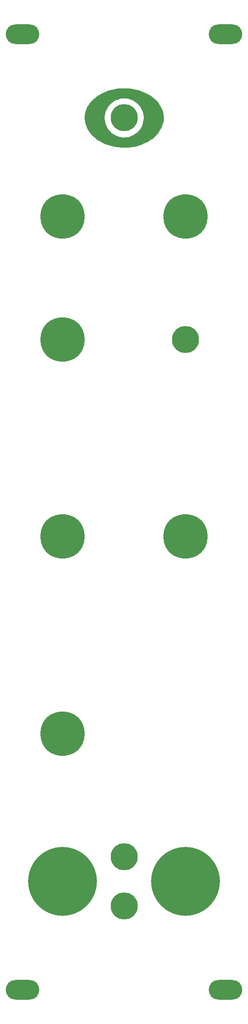
<source format=gts>
G04 #@! TF.GenerationSoftware,KiCad,Pcbnew,6.0.2-378541a8eb~116~ubuntu20.04.1*
G04 #@! TF.CreationDate,2022-03-12T15:32:27-05:00*
G04 #@! TF.ProjectId,irinput_panel,6972696e-7075-4745-9f70-616e656c2e6b,rev?*
G04 #@! TF.SameCoordinates,Original*
G04 #@! TF.FileFunction,Soldermask,Top*
G04 #@! TF.FilePolarity,Negative*
%FSLAX46Y46*%
G04 Gerber Fmt 4.6, Leading zero omitted, Abs format (unit mm)*
G04 Created by KiCad (PCBNEW 6.0.2-378541a8eb~116~ubuntu20.04.1) date 2022-03-12 15:32:27*
%MOMM*%
%LPD*%
G01*
G04 APERTURE LIST*
%ADD10C,0.010000*%
%ADD11C,9.000000*%
%ADD12C,14.000000*%
%ADD13C,5.500000*%
%ADD14O,6.800000X4.000000*%
G04 APERTURE END LIST*
D10*
G04 #@! TO.C,GRAF4*
X29575522Y-21660037D02*
X30227745Y-21740240D01*
X30227745Y-21740240D02*
X30872654Y-21861389D01*
X30872654Y-21861389D02*
X31506769Y-22023785D01*
X31506769Y-22023785D02*
X32126610Y-22227727D01*
X32126610Y-22227727D02*
X32728697Y-22473518D01*
X32728697Y-22473518D02*
X32862318Y-22535067D01*
X32862318Y-22535067D02*
X33378519Y-22800441D01*
X33378519Y-22800441D02*
X33863347Y-23094991D01*
X33863347Y-23094991D02*
X34314910Y-23416561D01*
X34314910Y-23416561D02*
X34731318Y-23762992D01*
X34731318Y-23762992D02*
X35110676Y-24132124D01*
X35110676Y-24132124D02*
X35451095Y-24521801D01*
X35451095Y-24521801D02*
X35750681Y-24929862D01*
X35750681Y-24929862D02*
X36007542Y-25354150D01*
X36007542Y-25354150D02*
X36219787Y-25792506D01*
X36219787Y-25792506D02*
X36385524Y-26242772D01*
X36385524Y-26242772D02*
X36499094Y-26684098D01*
X36499094Y-26684098D02*
X36570515Y-27159418D01*
X36570515Y-27159418D02*
X36591352Y-27634566D01*
X36591352Y-27634566D02*
X36561799Y-28108056D01*
X36561799Y-28108056D02*
X36482055Y-28578401D01*
X36482055Y-28578401D02*
X36352316Y-29044114D01*
X36352316Y-29044114D02*
X36172780Y-29503709D01*
X36172780Y-29503709D02*
X36106246Y-29646355D01*
X36106246Y-29646355D02*
X35858468Y-30099776D01*
X35858468Y-30099776D02*
X35566457Y-30531391D01*
X35566457Y-30531391D02*
X35232441Y-30939942D01*
X35232441Y-30939942D02*
X34858645Y-31324168D01*
X34858645Y-31324168D02*
X34447298Y-31682810D01*
X34447298Y-31682810D02*
X34000626Y-32014609D01*
X34000626Y-32014609D02*
X33520857Y-32318304D01*
X33520857Y-32318304D02*
X33010216Y-32592636D01*
X33010216Y-32592636D02*
X32470932Y-32836346D01*
X32470932Y-32836346D02*
X31905231Y-33048173D01*
X31905231Y-33048173D02*
X31315341Y-33226859D01*
X31315341Y-33226859D02*
X30703488Y-33371142D01*
X30703488Y-33371142D02*
X30071900Y-33479765D01*
X30071900Y-33479765D02*
X29422803Y-33551466D01*
X29422803Y-33551466D02*
X29171500Y-33568800D01*
X29171500Y-33568800D02*
X28942344Y-33580658D01*
X28942344Y-33580658D02*
X28742802Y-33587452D01*
X28742802Y-33587452D02*
X28556093Y-33589160D01*
X28556093Y-33589160D02*
X28365436Y-33585756D01*
X28365436Y-33585756D02*
X28154049Y-33577216D01*
X28154049Y-33577216D02*
X27965000Y-33567032D01*
X27965000Y-33567032D02*
X27319699Y-33508342D01*
X27319699Y-33508342D02*
X26678195Y-33408101D01*
X26678195Y-33408101D02*
X26046183Y-33268053D01*
X26046183Y-33268053D02*
X25429357Y-33089942D01*
X25429357Y-33089942D02*
X24833415Y-32875513D01*
X24833415Y-32875513D02*
X24264051Y-32626508D01*
X24264051Y-32626508D02*
X23726961Y-32344674D01*
X23726961Y-32344674D02*
X23469982Y-32190538D01*
X23469982Y-32190538D02*
X22985095Y-31860363D01*
X22985095Y-31860363D02*
X22540922Y-31504068D01*
X22540922Y-31504068D02*
X22138604Y-31122877D01*
X22138604Y-31122877D02*
X21779288Y-30718015D01*
X21779288Y-30718015D02*
X21464115Y-30290708D01*
X21464115Y-30290708D02*
X21194230Y-29842180D01*
X21194230Y-29842180D02*
X21093168Y-29644700D01*
X21093168Y-29644700D02*
X20897708Y-29187236D01*
X20897708Y-29187236D02*
X20752403Y-28724025D01*
X20752403Y-28724025D02*
X20657161Y-28256792D01*
X20657161Y-28256792D02*
X20615507Y-27824761D01*
X20615507Y-27824761D02*
X24601358Y-27824761D01*
X24601358Y-27824761D02*
X24650105Y-28259435D01*
X24650105Y-28259435D02*
X24747416Y-28687496D01*
X24747416Y-28687496D02*
X24892986Y-29105927D01*
X24892986Y-29105927D02*
X25086509Y-29511714D01*
X25086509Y-29511714D02*
X25277419Y-29827880D01*
X25277419Y-29827880D02*
X25408630Y-30007042D01*
X25408630Y-30007042D02*
X25570608Y-30199528D01*
X25570608Y-30199528D02*
X25752357Y-30394173D01*
X25752357Y-30394173D02*
X25942886Y-30579813D01*
X25942886Y-30579813D02*
X26131199Y-30745284D01*
X26131199Y-30745284D02*
X26306303Y-30879421D01*
X26306303Y-30879421D02*
X26326700Y-30893419D01*
X26326700Y-30893419D02*
X26721538Y-31131072D01*
X26721538Y-31131072D02*
X27130643Y-31320070D01*
X27130643Y-31320070D02*
X27552887Y-31460170D01*
X27552887Y-31460170D02*
X27987144Y-31551130D01*
X27987144Y-31551130D02*
X28432289Y-31592705D01*
X28432289Y-31592705D02*
X28887194Y-31584653D01*
X28887194Y-31584653D02*
X29301436Y-31535206D01*
X29301436Y-31535206D02*
X29703703Y-31443499D01*
X29703703Y-31443499D02*
X30104802Y-31303268D01*
X30104802Y-31303268D02*
X30499536Y-31116632D01*
X30499536Y-31116632D02*
X30861671Y-30899754D01*
X30861671Y-30899754D02*
X31042208Y-30766429D01*
X31042208Y-30766429D02*
X31236199Y-30599780D01*
X31236199Y-30599780D02*
X31432588Y-30410979D01*
X31432588Y-30410979D02*
X31620316Y-30211196D01*
X31620316Y-30211196D02*
X31788327Y-30011605D01*
X31788327Y-30011605D02*
X31922580Y-29827880D01*
X31922580Y-29827880D02*
X32154017Y-29435448D01*
X32154017Y-29435448D02*
X32338246Y-29027286D01*
X32338246Y-29027286D02*
X32474782Y-28606476D01*
X32474782Y-28606476D02*
X32563143Y-28176102D01*
X32563143Y-28176102D02*
X32602844Y-27739249D01*
X32602844Y-27739249D02*
X32593404Y-27298999D01*
X32593404Y-27298999D02*
X32534338Y-26858436D01*
X32534338Y-26858436D02*
X32445711Y-26489315D01*
X32445711Y-26489315D02*
X32300191Y-26071799D01*
X32300191Y-26071799D02*
X32112665Y-25680562D01*
X32112665Y-25680562D02*
X31881524Y-25312977D01*
X31881524Y-25312977D02*
X31605160Y-24966420D01*
X31605160Y-24966420D02*
X31352358Y-24704400D01*
X31352358Y-24704400D02*
X31014629Y-24415080D01*
X31014629Y-24415080D02*
X30651546Y-24168230D01*
X30651546Y-24168230D02*
X30266872Y-23964687D01*
X30266872Y-23964687D02*
X29864366Y-23805293D01*
X29864366Y-23805293D02*
X29447791Y-23690885D01*
X29447791Y-23690885D02*
X29020908Y-23622305D01*
X29020908Y-23622305D02*
X28587478Y-23600390D01*
X28587478Y-23600390D02*
X28151261Y-23625980D01*
X28151261Y-23625980D02*
X27716020Y-23699916D01*
X27716020Y-23699916D02*
X27332230Y-23807157D01*
X27332230Y-23807157D02*
X26926502Y-23968485D01*
X26926502Y-23968485D02*
X26541468Y-24173691D01*
X26541468Y-24173691D02*
X26180943Y-24419208D01*
X26180943Y-24419208D02*
X25848747Y-24701473D01*
X25848747Y-24701473D02*
X25548698Y-25016918D01*
X25548698Y-25016918D02*
X25284613Y-25361979D01*
X25284613Y-25361979D02*
X25060311Y-25733090D01*
X25060311Y-25733090D02*
X24898113Y-26080238D01*
X24898113Y-26080238D02*
X24749552Y-26511212D01*
X24749552Y-26511212D02*
X24650776Y-26947634D01*
X24650776Y-26947634D02*
X24601480Y-27386489D01*
X24601480Y-27386489D02*
X24601358Y-27824761D01*
X24601358Y-27824761D02*
X20615507Y-27824761D01*
X20615507Y-27824761D02*
X20611891Y-27787264D01*
X20611891Y-27787264D02*
X20616502Y-27317168D01*
X20616502Y-27317168D02*
X20670900Y-26848230D01*
X20670900Y-26848230D02*
X20774996Y-26382177D01*
X20774996Y-26382177D02*
X20928696Y-25920736D01*
X20928696Y-25920736D02*
X21131909Y-25465632D01*
X21131909Y-25465632D02*
X21334720Y-25099555D01*
X21334720Y-25099555D02*
X21589844Y-24719180D01*
X21589844Y-24719180D02*
X21890533Y-24345357D01*
X21890533Y-24345357D02*
X22231560Y-23983732D01*
X22231560Y-23983732D02*
X22607698Y-23639950D01*
X22607698Y-23639950D02*
X22913564Y-23394284D01*
X22913564Y-23394284D02*
X23416573Y-23043916D01*
X23416573Y-23043916D02*
X23950547Y-22731189D01*
X23950547Y-22731189D02*
X24512005Y-22456403D01*
X24512005Y-22456403D02*
X25097467Y-22219857D01*
X25097467Y-22219857D02*
X25703454Y-22021854D01*
X25703454Y-22021854D02*
X26326486Y-21862692D01*
X26326486Y-21862692D02*
X26963083Y-21742673D01*
X26963083Y-21742673D02*
X27609765Y-21662098D01*
X27609765Y-21662098D02*
X28263052Y-21621266D01*
X28263052Y-21621266D02*
X28919464Y-21620479D01*
X28919464Y-21620479D02*
X29575522Y-21660037D01*
X29575522Y-21660037D02*
X29575522Y-21660037D01*
G36*
X20616502Y-27317168D02*
G01*
X20670900Y-26848230D01*
X20774996Y-26382177D01*
X20928696Y-25920736D01*
X21131909Y-25465632D01*
X21334720Y-25099555D01*
X21589844Y-24719180D01*
X21890533Y-24345357D01*
X22231560Y-23983732D01*
X22607698Y-23639950D01*
X22913564Y-23394284D01*
X23416573Y-23043916D01*
X23950547Y-22731189D01*
X24512005Y-22456403D01*
X25097467Y-22219857D01*
X25703454Y-22021854D01*
X26326486Y-21862692D01*
X26963083Y-21742673D01*
X27609765Y-21662098D01*
X28263052Y-21621266D01*
X28919464Y-21620479D01*
X29575522Y-21660037D01*
X30227745Y-21740240D01*
X30872654Y-21861389D01*
X31506769Y-22023785D01*
X32126610Y-22227727D01*
X32728697Y-22473518D01*
X32862318Y-22535067D01*
X33378519Y-22800441D01*
X33863347Y-23094991D01*
X34314910Y-23416561D01*
X34731318Y-23762992D01*
X35110676Y-24132124D01*
X35451095Y-24521801D01*
X35750681Y-24929862D01*
X36007542Y-25354150D01*
X36219787Y-25792506D01*
X36385524Y-26242772D01*
X36499094Y-26684098D01*
X36570515Y-27159418D01*
X36591352Y-27634566D01*
X36561799Y-28108056D01*
X36482055Y-28578401D01*
X36352316Y-29044114D01*
X36172780Y-29503709D01*
X36106246Y-29646355D01*
X35858468Y-30099776D01*
X35566457Y-30531391D01*
X35232441Y-30939942D01*
X34858645Y-31324168D01*
X34447298Y-31682810D01*
X34000626Y-32014609D01*
X33520857Y-32318304D01*
X33010216Y-32592636D01*
X32470932Y-32836346D01*
X31905231Y-33048173D01*
X31315341Y-33226859D01*
X30703488Y-33371142D01*
X30071900Y-33479765D01*
X29422803Y-33551466D01*
X29171500Y-33568800D01*
X28942344Y-33580658D01*
X28742802Y-33587452D01*
X28556093Y-33589160D01*
X28365436Y-33585756D01*
X28154049Y-33577216D01*
X27965000Y-33567032D01*
X27319699Y-33508342D01*
X26678195Y-33408101D01*
X26046183Y-33268053D01*
X25429357Y-33089942D01*
X24833415Y-32875513D01*
X24264051Y-32626508D01*
X23726961Y-32344674D01*
X23469982Y-32190538D01*
X22985095Y-31860363D01*
X22540922Y-31504068D01*
X22138604Y-31122877D01*
X21779288Y-30718015D01*
X21464115Y-30290708D01*
X21194230Y-29842180D01*
X21093168Y-29644700D01*
X20897708Y-29187236D01*
X20752403Y-28724025D01*
X20657161Y-28256792D01*
X20615507Y-27824761D01*
X24601358Y-27824761D01*
X24650105Y-28259435D01*
X24747416Y-28687496D01*
X24892986Y-29105927D01*
X25086509Y-29511714D01*
X25277419Y-29827880D01*
X25408630Y-30007042D01*
X25570608Y-30199528D01*
X25752357Y-30394173D01*
X25942886Y-30579813D01*
X26131199Y-30745284D01*
X26306303Y-30879421D01*
X26326700Y-30893419D01*
X26721538Y-31131072D01*
X27130643Y-31320070D01*
X27552887Y-31460170D01*
X27987144Y-31551130D01*
X28432289Y-31592705D01*
X28887194Y-31584653D01*
X29301436Y-31535206D01*
X29703703Y-31443499D01*
X30104802Y-31303268D01*
X30499536Y-31116632D01*
X30861671Y-30899754D01*
X31042208Y-30766429D01*
X31236199Y-30599780D01*
X31432588Y-30410979D01*
X31620316Y-30211196D01*
X31788327Y-30011605D01*
X31922580Y-29827880D01*
X32154017Y-29435448D01*
X32338246Y-29027286D01*
X32474782Y-28606476D01*
X32563143Y-28176102D01*
X32602844Y-27739249D01*
X32593404Y-27298999D01*
X32534338Y-26858436D01*
X32445711Y-26489315D01*
X32300191Y-26071799D01*
X32112665Y-25680562D01*
X31881524Y-25312977D01*
X31605160Y-24966420D01*
X31352358Y-24704400D01*
X31014629Y-24415080D01*
X30651546Y-24168230D01*
X30266872Y-23964687D01*
X29864366Y-23805293D01*
X29447791Y-23690885D01*
X29020908Y-23622305D01*
X28587478Y-23600390D01*
X28151261Y-23625980D01*
X27716020Y-23699916D01*
X27332230Y-23807157D01*
X26926502Y-23968485D01*
X26541468Y-24173691D01*
X26180943Y-24419208D01*
X25848747Y-24701473D01*
X25548698Y-25016918D01*
X25284613Y-25361979D01*
X25060311Y-25733090D01*
X24898113Y-26080238D01*
X24749552Y-26511212D01*
X24650776Y-26947634D01*
X24601480Y-27386489D01*
X24601358Y-27824761D01*
X20615507Y-27824761D01*
X20611891Y-27787264D01*
X20616502Y-27317168D01*
G37*
X20616502Y-27317168D02*
X20670900Y-26848230D01*
X20774996Y-26382177D01*
X20928696Y-25920736D01*
X21131909Y-25465632D01*
X21334720Y-25099555D01*
X21589844Y-24719180D01*
X21890533Y-24345357D01*
X22231560Y-23983732D01*
X22607698Y-23639950D01*
X22913564Y-23394284D01*
X23416573Y-23043916D01*
X23950547Y-22731189D01*
X24512005Y-22456403D01*
X25097467Y-22219857D01*
X25703454Y-22021854D01*
X26326486Y-21862692D01*
X26963083Y-21742673D01*
X27609765Y-21662098D01*
X28263052Y-21621266D01*
X28919464Y-21620479D01*
X29575522Y-21660037D01*
X30227745Y-21740240D01*
X30872654Y-21861389D01*
X31506769Y-22023785D01*
X32126610Y-22227727D01*
X32728697Y-22473518D01*
X32862318Y-22535067D01*
X33378519Y-22800441D01*
X33863347Y-23094991D01*
X34314910Y-23416561D01*
X34731318Y-23762992D01*
X35110676Y-24132124D01*
X35451095Y-24521801D01*
X35750681Y-24929862D01*
X36007542Y-25354150D01*
X36219787Y-25792506D01*
X36385524Y-26242772D01*
X36499094Y-26684098D01*
X36570515Y-27159418D01*
X36591352Y-27634566D01*
X36561799Y-28108056D01*
X36482055Y-28578401D01*
X36352316Y-29044114D01*
X36172780Y-29503709D01*
X36106246Y-29646355D01*
X35858468Y-30099776D01*
X35566457Y-30531391D01*
X35232441Y-30939942D01*
X34858645Y-31324168D01*
X34447298Y-31682810D01*
X34000626Y-32014609D01*
X33520857Y-32318304D01*
X33010216Y-32592636D01*
X32470932Y-32836346D01*
X31905231Y-33048173D01*
X31315341Y-33226859D01*
X30703488Y-33371142D01*
X30071900Y-33479765D01*
X29422803Y-33551466D01*
X29171500Y-33568800D01*
X28942344Y-33580658D01*
X28742802Y-33587452D01*
X28556093Y-33589160D01*
X28365436Y-33585756D01*
X28154049Y-33577216D01*
X27965000Y-33567032D01*
X27319699Y-33508342D01*
X26678195Y-33408101D01*
X26046183Y-33268053D01*
X25429357Y-33089942D01*
X24833415Y-32875513D01*
X24264051Y-32626508D01*
X23726961Y-32344674D01*
X23469982Y-32190538D01*
X22985095Y-31860363D01*
X22540922Y-31504068D01*
X22138604Y-31122877D01*
X21779288Y-30718015D01*
X21464115Y-30290708D01*
X21194230Y-29842180D01*
X21093168Y-29644700D01*
X20897708Y-29187236D01*
X20752403Y-28724025D01*
X20657161Y-28256792D01*
X20615507Y-27824761D01*
X24601358Y-27824761D01*
X24650105Y-28259435D01*
X24747416Y-28687496D01*
X24892986Y-29105927D01*
X25086509Y-29511714D01*
X25277419Y-29827880D01*
X25408630Y-30007042D01*
X25570608Y-30199528D01*
X25752357Y-30394173D01*
X25942886Y-30579813D01*
X26131199Y-30745284D01*
X26306303Y-30879421D01*
X26326700Y-30893419D01*
X26721538Y-31131072D01*
X27130643Y-31320070D01*
X27552887Y-31460170D01*
X27987144Y-31551130D01*
X28432289Y-31592705D01*
X28887194Y-31584653D01*
X29301436Y-31535206D01*
X29703703Y-31443499D01*
X30104802Y-31303268D01*
X30499536Y-31116632D01*
X30861671Y-30899754D01*
X31042208Y-30766429D01*
X31236199Y-30599780D01*
X31432588Y-30410979D01*
X31620316Y-30211196D01*
X31788327Y-30011605D01*
X31922580Y-29827880D01*
X32154017Y-29435448D01*
X32338246Y-29027286D01*
X32474782Y-28606476D01*
X32563143Y-28176102D01*
X32602844Y-27739249D01*
X32593404Y-27298999D01*
X32534338Y-26858436D01*
X32445711Y-26489315D01*
X32300191Y-26071799D01*
X32112665Y-25680562D01*
X31881524Y-25312977D01*
X31605160Y-24966420D01*
X31352358Y-24704400D01*
X31014629Y-24415080D01*
X30651546Y-24168230D01*
X30266872Y-23964687D01*
X29864366Y-23805293D01*
X29447791Y-23690885D01*
X29020908Y-23622305D01*
X28587478Y-23600390D01*
X28151261Y-23625980D01*
X27716020Y-23699916D01*
X27332230Y-23807157D01*
X26926502Y-23968485D01*
X26541468Y-24173691D01*
X26180943Y-24419208D01*
X25848747Y-24701473D01*
X25548698Y-25016918D01*
X25284613Y-25361979D01*
X25060311Y-25733090D01*
X24898113Y-26080238D01*
X24749552Y-26511212D01*
X24650776Y-26947634D01*
X24601480Y-27386489D01*
X24601358Y-27824761D01*
X20615507Y-27824761D01*
X20611891Y-27787264D01*
X20616502Y-27317168D01*
G04 #@! TD*
D11*
G04 #@! TO.C,H7*
X16100000Y-112600000D03*
G04 #@! TD*
G04 #@! TO.C,H4*
X16100000Y-152600000D03*
G04 #@! TD*
D12*
G04 #@! TO.C,H1*
X16100000Y-182600000D03*
G04 #@! TD*
D13*
G04 #@! TO.C,H8*
X28600000Y-27600000D03*
G04 #@! TD*
D12*
G04 #@! TO.C,H2*
X41100000Y-182600000D03*
G04 #@! TD*
D11*
G04 #@! TO.C,H3*
X16100000Y-47600000D03*
G04 #@! TD*
G04 #@! TO.C,H5*
X16100000Y-72600000D03*
G04 #@! TD*
D13*
G04 #@! TO.C,H9*
X28600000Y-187600000D03*
G04 #@! TD*
D11*
G04 #@! TO.C,H12*
X41100000Y-47600000D03*
G04 #@! TD*
D14*
G04 #@! TO.C,H14*
X8000000Y-204600000D03*
X8000000Y-10600000D03*
G04 #@! TD*
D11*
G04 #@! TO.C,H6*
X41100000Y-112600000D03*
G04 #@! TD*
D13*
G04 #@! TO.C,H10*
X28600000Y-177600000D03*
G04 #@! TD*
G04 #@! TO.C,H11*
X41100000Y-72600000D03*
G04 #@! TD*
D14*
G04 #@! TO.C,H13*
X49200000Y-204600000D03*
X49200000Y-10600000D03*
G04 #@! TD*
M02*

</source>
